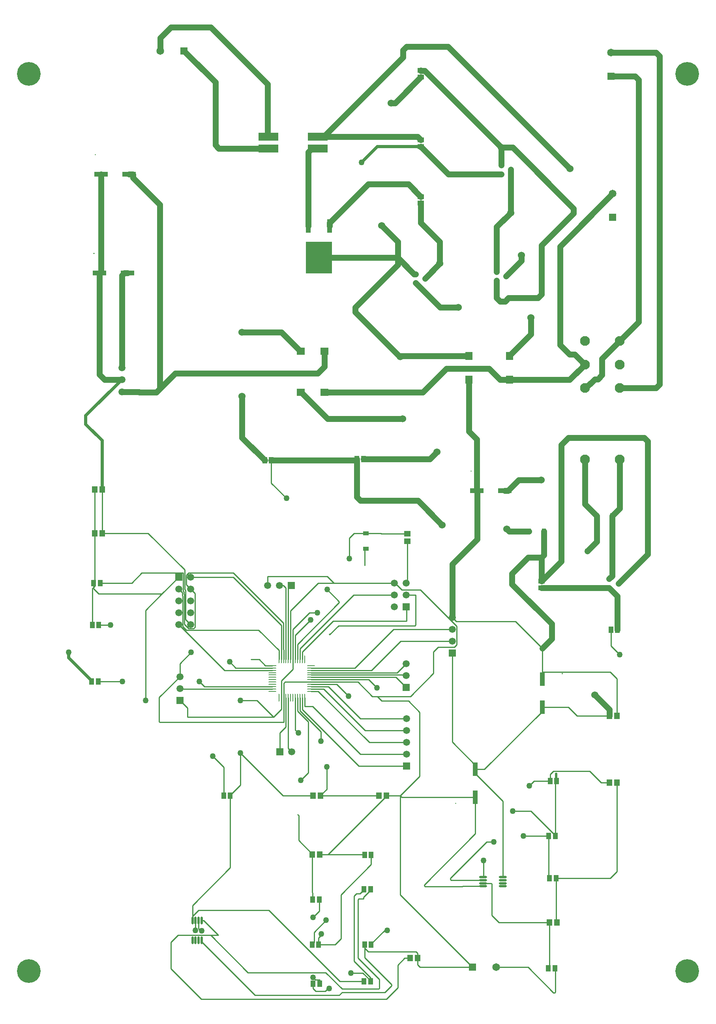
<source format=gtl>
G04*
G04 #@! TF.GenerationSoftware,Altium Limited,Altium Designer,23.2.1 (34)*
G04*
G04 Layer_Physical_Order=1*
G04 Layer_Color=255*
%FSLAX25Y25*%
%MOIN*%
G70*
G04*
G04 #@! TF.SameCoordinates,93AA6E6A-2443-478F-AA38-481D138D9A8A*
G04*
G04*
G04 #@! TF.FilePolarity,Positive*
G04*
G01*
G75*
%ADD17C,0.01000*%
%ADD19R,0.03543X0.03150*%
%ADD20R,0.05339X0.04349*%
%ADD21R,0.04349X0.05339*%
%ADD22R,0.03583X0.04803*%
%ADD23R,0.11417X0.04331*%
%ADD24R,0.06693X0.05906*%
%ADD25R,0.05906X0.06693*%
%ADD26O,0.06693X0.01772*%
%ADD27O,0.01772X0.06693*%
%ADD28R,0.05136X0.05733*%
%ADD29R,0.04331X0.11417*%
G04:AMPARAMS|DCode=30|XSize=9.94mil|YSize=65.17mil|CornerRadius=4.97mil|HoleSize=0mil|Usage=FLASHONLY|Rotation=0.000|XOffset=0mil|YOffset=0mil|HoleType=Round|Shape=RoundedRectangle|*
%AMROUNDEDRECTD30*
21,1,0.00994,0.05523,0,0,0.0*
21,1,0.00000,0.06517,0,0,0.0*
1,1,0.00994,0.00000,-0.02761*
1,1,0.00994,0.00000,-0.02761*
1,1,0.00994,0.00000,0.02761*
1,1,0.00994,0.00000,0.02761*
%
%ADD30ROUNDEDRECTD30*%
G04:AMPARAMS|DCode=31|XSize=65.17mil|YSize=9.94mil|CornerRadius=4.97mil|HoleSize=0mil|Usage=FLASHONLY|Rotation=0.000|XOffset=0mil|YOffset=0mil|HoleType=Round|Shape=RoundedRectangle|*
%AMROUNDEDRECTD31*
21,1,0.06517,0.00000,0,0,0.0*
21,1,0.05523,0.00994,0,0,0.0*
1,1,0.00994,0.02761,0.00000*
1,1,0.00994,-0.02761,0.00000*
1,1,0.00994,-0.02761,0.00000*
1,1,0.00994,0.02761,0.00000*
%
%ADD31ROUNDEDRECTD31*%
%ADD32R,0.06517X0.00994*%
%ADD33R,0.04803X0.03583*%
%ADD34R,0.05733X0.05136*%
%ADD35R,0.22244X0.27165*%
%ADD36R,0.03937X0.11221*%
%ADD37R,0.16811X0.07008*%
%ADD61C,0.05000*%
%ADD62C,0.02500*%
%ADD63C,0.20000*%
%ADD64C,0.08268*%
%ADD65C,0.06496*%
%ADD66R,0.06496X0.06496*%
%ADD67C,0.05980*%
%ADD68R,0.06496X0.06496*%
%ADD69R,0.05906X0.05906*%
%ADD70C,0.05906*%
%ADD71R,0.05906X0.05906*%
%ADD72C,0.06000*%
%ADD73C,0.05000*%
D17*
X470000Y278900D02*
X527500D01*
X533000Y273400D01*
X320000Y382063D02*
X321000Y383063D01*
X320000Y369000D02*
Y382063D01*
X98305Y432700D02*
X98500D01*
X367000Y348200D02*
X397600Y317600D01*
X344500Y315000D02*
X394000D01*
X311858Y282358D02*
X344500Y315000D01*
X350500Y305000D02*
X394000D01*
X325890Y280390D02*
X350500Y305000D01*
X378200Y277900D02*
Y296000D01*
X382200Y300000D02*
X395600D01*
X378200Y296000D02*
X382200Y300000D01*
X241259Y438241D02*
X254000Y425500D01*
X241259Y438241D02*
Y457500D01*
X283000Y220500D02*
Y228695D01*
X265390Y246305D02*
X283000Y228695D01*
X265390Y246305D02*
Y257258D01*
X263421Y246079D02*
X272500Y237000D01*
Y194000D02*
Y237000D01*
X263421Y246079D02*
Y257258D01*
X267358Y247142D02*
X315000Y199500D01*
X355500D01*
X267358Y247142D02*
Y257258D01*
X528000Y301000D02*
Y314500D01*
Y301000D02*
X535500Y293500D01*
X323484Y272516D02*
X330500Y265500D01*
X274742Y272516D02*
X323484D01*
X91232Y632232D02*
X91268Y632197D01*
X92543Y715732D02*
X92579Y715697D01*
X409732Y448732D02*
X409768Y448697D01*
X325000Y18000D02*
Y20900D01*
X308500Y25000D02*
X318495D01*
X325000Y18495D01*
X299000Y18000D02*
X319482D01*
X239000Y78000D02*
X299000Y18000D01*
X348000Y12500D02*
Y31700D01*
X353800Y37500D01*
X338500Y3000D02*
X348000Y12500D01*
X342771Y14270D02*
Y15099D01*
X337000Y8500D02*
X342771Y14270D01*
X319982Y37887D02*
X342771Y15099D01*
X300982Y8500D02*
X337000D01*
X331914Y11500D02*
X332500Y12086D01*
X301000Y11500D02*
X331914D01*
X332500Y12086D02*
Y19500D01*
X287100Y25400D02*
X301000Y11500D01*
X314500Y86914D02*
X315086Y87500D01*
X314500Y37500D02*
X332500Y19500D01*
X315086Y87500D02*
X318982D01*
X314500Y37500D02*
Y86914D01*
X319982Y37887D02*
Y46000D01*
X182100Y3000D02*
X338500D01*
X325500Y49000D02*
Y49495D01*
X337005Y61000D01*
X339000D01*
X318982Y88969D02*
X325018Y95005D01*
X318982Y87500D02*
Y88969D01*
X325018Y95005D02*
Y95500D01*
X317826Y93330D02*
X319500Y95005D01*
X316000Y92000D02*
X317330Y93330D01*
X313000Y92000D02*
X316000D01*
X319500Y95005D02*
Y95500D01*
X317330Y93330D02*
X317826D01*
X319500Y95500D02*
X320500Y96500D01*
X311000Y34900D02*
X325000Y20900D01*
X311000Y34900D02*
Y90000D01*
X313000Y92000D01*
X300000Y54000D02*
Y91000D01*
X325518Y116518D01*
Y124500D01*
X156500Y28600D02*
X182100Y3000D01*
X286743Y9600D02*
X289143Y12000D01*
X290000D01*
X278900Y9600D02*
X286743D01*
X276500Y12000D02*
X278900Y9600D01*
X298588Y6107D02*
X300982Y8500D01*
X182339Y51200D02*
X227432Y6107D01*
X298588D01*
X250400Y25400D02*
X287100D01*
X179661Y78000D02*
X239000D01*
X283500Y56918D02*
Y58000D01*
X281259Y54677D02*
X283500Y56918D01*
X281259Y49000D02*
Y54677D01*
X277415Y50674D02*
Y59416D01*
X275741Y49000D02*
X277415Y50674D01*
Y59416D02*
X287500Y69500D01*
X181411Y60689D02*
X182311D01*
X281759Y77259D02*
Y87000D01*
X179780Y62320D02*
X181411Y60689D01*
X276500Y72000D02*
X281759Y77259D01*
X281259Y49000D02*
X295000D01*
X300000Y54000D01*
X174661Y73000D02*
X179661Y78000D01*
X184232Y69268D02*
X196500Y57000D01*
X182339Y69268D02*
X184232D01*
X189939Y57000D02*
X196500D01*
X156500Y28600D02*
Y51000D01*
X162500Y57000D02*
X189939D01*
X156500Y51000D02*
X162500Y57000D01*
X470000Y249200D02*
X492200D01*
X413500Y196800D02*
X421200D01*
X135000Y331000D02*
X148900Y344900D01*
X92195Y351108D02*
Y396000D01*
X91241Y349159D02*
Y350154D01*
X470000Y278900D02*
Y299000D01*
Y272811D02*
Y278900D01*
X294000Y354000D02*
X345000D01*
X345600D01*
X280800D02*
X294000D01*
X330600Y258400D02*
X334500Y254500D01*
X330600Y258400D02*
X358700D01*
X326500D02*
X330600D01*
X314353Y270547D02*
X326500Y258400D01*
X289104Y125000D02*
X320000D01*
X319982Y46000D02*
Y49000D01*
X189939Y57000D02*
X221539Y25400D01*
X250400D01*
X481000Y140995D02*
Y193700D01*
X476741Y187000D02*
Y192641D01*
X479500Y195400D01*
X510000D01*
X519900Y185500D01*
X526695D01*
X182339Y51200D02*
Y52732D01*
X353800Y37500D02*
X358500D01*
X276500Y12000D02*
Y16000D01*
X201610Y280390D02*
X242258D01*
X163000Y319000D02*
X201610Y280390D01*
X247673Y289742D02*
Y297100D01*
X230426Y314347D02*
X247673Y297100D01*
X169580Y314347D02*
X230426D01*
X166563Y317364D02*
X169580Y314347D01*
X166563Y317364D02*
Y342951D01*
X166200Y343314D02*
X166563Y342951D01*
X166200Y343314D02*
Y345800D01*
X163000Y349000D02*
X166200Y345800D01*
X168800Y323200D02*
X173000Y319000D01*
X168800Y323200D02*
Y347800D01*
X168000Y348600D02*
X168800Y347800D01*
X168000Y348600D02*
Y365200D01*
X137200Y396000D02*
X168000Y365200D01*
X98500Y396000D02*
X137200D01*
X96759Y354000D02*
X123300D01*
X131900Y362600D01*
X166600D01*
Y347400D02*
Y362600D01*
Y347400D02*
X167300Y346700D01*
Y344814D02*
Y346700D01*
Y344814D02*
X167700Y344414D01*
Y319247D02*
Y344414D01*
Y319247D02*
X171500Y315447D01*
X175547D01*
X176600Y316500D01*
Y345400D01*
X173000Y349000D02*
X176600Y345400D01*
X173000Y359000D02*
X209000D01*
X249642Y318358D01*
Y289742D02*
Y318358D01*
X253579Y289742D02*
Y350000D01*
X251579Y352000D02*
X253579Y350000D01*
X248000Y352000D02*
X251579D01*
X169400Y352600D02*
X173000Y349000D01*
X169400Y352600D02*
Y360500D01*
X171500Y362600D01*
X209100D01*
X251500Y320200D01*
Y297810D02*
Y320200D01*
Y297810D02*
X251610Y297700D01*
Y289742D02*
Y297700D01*
X95518Y318500D02*
X105400D01*
X481000Y193700D02*
X482259D01*
Y187000D02*
Y193700D01*
X276400Y21300D02*
X278400Y19300D01*
X282018D01*
Y16000D02*
Y19300D01*
X177220Y61000D02*
Y69268D01*
X179780Y62320D02*
Y69268D01*
X356000Y355000D02*
Y389195D01*
X355000Y354000D02*
X356000Y355000D01*
X321000Y395937D02*
X333663D01*
X334100Y395500D01*
X356000D01*
X174661Y69268D02*
Y73000D01*
Y81900D01*
X206518Y113757D01*
Y174500D01*
X275847Y93053D02*
Y125000D01*
Y93053D02*
X276241Y92659D01*
Y87000D02*
Y92659D01*
X481759Y105000D02*
X527500D01*
X533000Y110500D01*
Y185500D01*
X251610Y257258D02*
Y269257D01*
X252900Y270547D01*
X274742D01*
X257516Y330716D02*
X280800Y354000D01*
X338305Y174500D02*
X350000D01*
X366500Y191000D02*
Y245000D01*
X350000Y91000D02*
X411000Y30000D01*
X350000Y91000D02*
Y174500D01*
X357000Y254500D02*
X366500Y245000D01*
X351311Y173189D02*
X413500D01*
X350000Y174500D02*
X351311Y173189D01*
X350000Y174500D02*
X366500Y191000D01*
X334500Y254500D02*
X357000D01*
X274742Y270547D02*
X314353D01*
X358700Y258400D02*
X378200Y277900D01*
X395600Y300000D02*
X397600Y302000D01*
Y317600D01*
X351400Y348200D02*
X367000D01*
X345600Y354000D02*
X351400Y348200D01*
X257516Y289742D02*
Y330716D01*
X366805Y30000D02*
X411000D01*
X364805Y32000D02*
X366805Y30000D01*
X364805Y32000D02*
Y37500D01*
X320000Y124500D02*
Y125000D01*
X364805Y37500D02*
Y41495D01*
X363500Y42800D02*
X364805Y41495D01*
X323182Y42800D02*
X363500D01*
X319982Y46000D02*
X323182Y42800D01*
X394000Y325000D02*
X397300Y321700D01*
X447300D01*
X470000Y299000D01*
X533000Y242000D02*
Y273400D01*
X98305Y432700D02*
Y433000D01*
X98500Y396000D02*
Y432700D01*
X91241Y350154D02*
Y350600D01*
Y350154D02*
X92195Y351108D01*
X91241Y350600D02*
Y354000D01*
Y349159D02*
X95500Y344900D01*
X148900D01*
X163000Y359000D01*
X90000Y318500D02*
Y349359D01*
X91241Y350600D01*
X92000Y410000D02*
Y433000D01*
Y410000D02*
X92195Y409805D01*
Y396000D02*
Y409805D01*
X259484Y281342D02*
Y289742D01*
X249642Y271500D02*
X259484Y281342D01*
X249642Y257258D02*
Y271500D01*
X413500Y196800D02*
Y196811D01*
Y193268D02*
Y196800D01*
Y193268D02*
X436768Y170000D01*
Y105839D02*
Y170000D01*
X421200Y196800D02*
X470000Y245600D01*
Y249189D01*
X499400Y242000D02*
X526695D01*
X492200Y249200D02*
X499400Y242000D01*
X470000Y249189D02*
Y249200D01*
X394000Y219854D02*
Y295000D01*
Y219854D02*
X413500Y200354D01*
Y196811D02*
Y200354D01*
X206518Y174500D02*
Y174995D01*
X215000Y183477D01*
Y210500D01*
Y255000D02*
X229000D01*
X243000Y241000D01*
X170500D02*
Y248500D01*
X251000Y174500D02*
X276500D01*
X215000Y210500D02*
X251000Y174500D01*
X164000Y255000D02*
X170500Y248500D01*
X249642Y247642D02*
Y257258D01*
X243000Y241000D02*
X249642Y247642D01*
X170500Y241000D02*
X243000D01*
X135000Y255000D02*
Y331000D01*
X259484Y289742D02*
Y308484D01*
X259516D01*
Y315000D01*
X273516Y329000D01*
X280000D01*
X238000Y352000D02*
Y359500D01*
X288500D01*
X294000Y354000D01*
X146500Y257500D02*
X164000Y275000D01*
X146500Y237000D02*
Y257500D01*
Y237000D02*
X147000Y236500D01*
X251500D01*
X251610Y236610D01*
Y257258D01*
X164000Y275000D02*
Y286000D01*
X173500Y295500D01*
X282153Y125000D02*
X289104D01*
X338305Y174202D01*
Y174500D01*
X413500Y142500D02*
Y173189D01*
X370414Y99414D02*
X413500Y142500D01*
X370414Y98586D02*
Y99414D01*
Y98586D02*
X371000Y98000D01*
X402701D01*
X402862Y98161D01*
X420232D01*
X481759Y68046D02*
X482305Y67500D01*
X481759Y68046D02*
Y105000D01*
X433500Y67500D02*
X476000D01*
X427500Y73500D02*
X433500Y67500D01*
X427500Y73500D02*
Y100135D01*
X426914Y100720D02*
X427500Y100135D01*
X420232Y100720D02*
X426914D01*
X476000Y29759D02*
Y67500D01*
X475241Y29000D02*
X476000Y29759D01*
X282805Y174500D02*
X332000D01*
X282805D02*
Y174798D01*
X288000Y179993D01*
Y199000D01*
X296421Y268579D02*
X306500Y258500D01*
X274742Y268579D02*
X296421D01*
X275847Y125000D02*
Y125298D01*
X264308Y136838D02*
X275847Y125298D01*
X264308Y136838D02*
Y157808D01*
X263400Y158716D02*
X264308Y157808D01*
X266000Y187500D02*
X272500Y194000D01*
X263421Y289742D02*
Y302421D01*
X298586Y337586D01*
Y338414D01*
X288500Y348500D02*
X298586Y338414D01*
X307000Y374500D02*
Y392000D01*
X311000Y396000D01*
X320937D01*
X321000Y395937D01*
X261453Y289742D02*
Y309953D01*
X274500Y323000D01*
X290000Y311000D02*
X290500Y310500D01*
X298000Y318000D01*
X362500D01*
X363000Y318500D01*
Y344000D01*
X355000D02*
X363000D01*
X420232Y105839D02*
X420500Y106106D01*
Y120000D01*
X445000Y161500D02*
X460495D01*
X481000Y140995D01*
Y140500D02*
Y140995D01*
X393220Y103280D02*
X420232D01*
X392414Y104086D02*
X393220Y103280D01*
X392414Y104086D02*
Y104914D01*
X423000Y135500D01*
X429000D01*
X454000Y140500D02*
X475482D01*
Y105759D02*
Y140500D01*
Y105759D02*
X476241Y105000D01*
X274742Y274484D02*
X346516D01*
X355000Y266000D01*
X274742Y276453D02*
X354547D01*
X355000Y276000D01*
X274742Y278421D02*
X347421D01*
X355000Y286000D01*
X248500Y211500D02*
Y227500D01*
X253579Y232579D01*
Y257258D01*
X255547Y214453D02*
X258500Y211500D01*
X255547Y214453D02*
Y257258D01*
X274742Y280390D02*
X325890D01*
X274742Y282358D02*
X311858D01*
X164000Y265000D02*
X164358Y264642D01*
X242258D01*
X191808Y207808D02*
X201000Y198616D01*
Y174500D02*
Y198616D01*
X269327Y257258D02*
X269500Y257085D01*
Y250000D02*
Y257085D01*
Y250000D02*
X276000D01*
X316500Y209500D01*
X355500D01*
X274742Y262673D02*
X280827D01*
X324000Y219500D01*
X355500D01*
X274742Y264642D02*
X285358D01*
X320500Y229500D01*
X355500D01*
X274742Y266610D02*
X289390D01*
X316500Y239500D01*
X355500D01*
X255547Y289742D02*
Y349547D01*
X258000Y352000D01*
X267358Y289742D02*
Y295858D01*
X293500Y322000D01*
X355500D01*
Y333500D01*
X355000Y334000D02*
X355500Y333500D01*
X265390Y289742D02*
Y298610D01*
X310780Y344000D01*
X345000D01*
X224000Y289500D02*
X231000D01*
X236173Y284327D01*
X242258D01*
X206000Y287500D02*
X211142Y282358D01*
X242258D01*
X431000Y30000D02*
X458000D01*
X479586Y8414D01*
X480414D01*
X481000Y9000D01*
Y28759D01*
X480759Y29000D02*
X481000Y28759D01*
X95018Y271000D02*
X115500D01*
X180500D02*
X184890Y266610D01*
X242258D01*
X261453Y230047D02*
Y257258D01*
Y230047D02*
X264000Y227500D01*
X459000Y183000D02*
X463000Y187000D01*
X476741D01*
X486697Y277732D02*
X486732Y277768D01*
X396768Y168232D02*
X396803Y168268D01*
D19*
X526500Y357480D02*
D03*
Y350000D02*
D03*
X534374Y353740D02*
D03*
X370937Y611000D02*
D03*
X363063Y607260D02*
D03*
Y614740D02*
D03*
X443374Y702760D02*
D03*
X435500Y699020D02*
D03*
Y706500D02*
D03*
X439437Y613000D02*
D03*
X431563Y609260D02*
D03*
Y616740D02*
D03*
D20*
X469500Y355518D02*
D03*
Y350000D02*
D03*
X367500Y786518D02*
D03*
Y781000D02*
D03*
Y674482D02*
D03*
Y680000D02*
D03*
Y727759D02*
D03*
Y722241D02*
D03*
D21*
X533518Y314500D02*
D03*
X528000D02*
D03*
X241259Y457500D02*
D03*
X235741D02*
D03*
X319000Y458500D02*
D03*
X313482D02*
D03*
X319500Y95500D02*
D03*
X325018D02*
D03*
X325518Y124500D02*
D03*
X320000D02*
D03*
X281759Y87000D02*
D03*
X276241D02*
D03*
X281259Y49000D02*
D03*
X275741D02*
D03*
X276500Y16000D02*
D03*
X282018D02*
D03*
X325500Y49000D02*
D03*
X319982D02*
D03*
X476241Y105000D02*
D03*
X481759D02*
D03*
X482259Y187000D02*
D03*
X476741D02*
D03*
X480759Y29000D02*
D03*
X475241D02*
D03*
X319482Y18000D02*
D03*
X325000D02*
D03*
X475482Y140500D02*
D03*
X481000D02*
D03*
X91241Y354000D02*
D03*
X96759D02*
D03*
X90000Y318500D02*
D03*
X95518D02*
D03*
X95018Y271000D02*
D03*
X89500D02*
D03*
X206518Y174500D02*
D03*
X201000D02*
D03*
D22*
X458626Y397500D02*
D03*
X471500D02*
D03*
X516063Y410500D02*
D03*
X528937D02*
D03*
D23*
X119811Y615500D02*
D03*
X96189D02*
D03*
X121122Y699000D02*
D03*
X97500D02*
D03*
X438311Y432000D02*
D03*
X414689D02*
D03*
D24*
X286000Y515000D02*
D03*
X266000D02*
D03*
Y549500D02*
D03*
X286000D02*
D03*
D25*
X442500Y545500D02*
D03*
Y525500D02*
D03*
X408000D02*
D03*
Y545500D02*
D03*
D26*
X436768Y98161D02*
D03*
Y100720D02*
D03*
Y103280D02*
D03*
Y105839D02*
D03*
X420232Y98161D02*
D03*
Y100720D02*
D03*
Y103280D02*
D03*
Y105839D02*
D03*
D27*
X182339Y69268D02*
D03*
X179780D02*
D03*
X177220D02*
D03*
X174661D02*
D03*
X182339Y52732D02*
D03*
X179780D02*
D03*
X177220D02*
D03*
X174661D02*
D03*
D28*
X358500Y37500D02*
D03*
X364805D02*
D03*
X275847Y125000D02*
D03*
X282153D02*
D03*
X476000Y67500D02*
D03*
X482305D02*
D03*
X526695Y185500D02*
D03*
X533000D02*
D03*
X526695Y242000D02*
D03*
X533000D02*
D03*
X282805Y174500D02*
D03*
X276500D02*
D03*
X332000D02*
D03*
X338305D02*
D03*
X92000Y433000D02*
D03*
X98305D02*
D03*
X92195Y396000D02*
D03*
X98500D02*
D03*
D29*
X470000Y249189D02*
D03*
Y272811D02*
D03*
X413500Y196811D02*
D03*
Y173189D02*
D03*
D30*
X247673Y289742D02*
D03*
X249642D02*
D03*
X251610D02*
D03*
X253579D02*
D03*
X255547D02*
D03*
X257516D02*
D03*
X259484D02*
D03*
X261453D02*
D03*
X263421D02*
D03*
X265390D02*
D03*
X267358D02*
D03*
X269327D02*
D03*
Y257258D02*
D03*
X267358D02*
D03*
X265390D02*
D03*
X263421D02*
D03*
X261453D02*
D03*
X259484D02*
D03*
X257516D02*
D03*
X255547D02*
D03*
X253579D02*
D03*
X251610D02*
D03*
X249642D02*
D03*
X247673D02*
D03*
D31*
X274742Y284327D02*
D03*
Y282358D02*
D03*
Y280390D02*
D03*
Y278421D02*
D03*
Y276453D02*
D03*
Y274484D02*
D03*
Y272516D02*
D03*
Y270547D02*
D03*
Y268579D02*
D03*
Y266610D02*
D03*
Y264642D02*
D03*
Y262673D02*
D03*
X242258D02*
D03*
Y264642D02*
D03*
Y266610D02*
D03*
Y268579D02*
D03*
Y270547D02*
D03*
Y272516D02*
D03*
Y274484D02*
D03*
Y276453D02*
D03*
Y278421D02*
D03*
Y280390D02*
D03*
Y282358D02*
D03*
D32*
Y284327D02*
D03*
D33*
X321000Y383063D02*
D03*
Y395937D02*
D03*
D34*
X356000Y395500D02*
D03*
Y389195D02*
D03*
D35*
X281500Y628500D02*
D03*
D36*
X272524Y655272D02*
D03*
X290476D02*
D03*
D37*
X280386Y720500D02*
D03*
Y730500D02*
D03*
X238614D02*
D03*
Y720500D02*
D03*
D61*
X514500Y259500D02*
X526695Y247305D01*
Y242000D02*
Y247305D01*
X516063Y389063D02*
Y410500D01*
X508000Y381000D02*
X516063Y389063D01*
X469500Y355674D02*
Y375587D01*
X559000Y378366D02*
Y473571D01*
X492000Y476500D02*
X556071D01*
X534374Y353740D02*
X559000Y378366D01*
X556071Y476500D02*
X559000Y473571D01*
X486000Y470500D02*
X492000Y476500D01*
X486000Y372174D02*
Y470500D01*
X469500Y355674D02*
X486000Y372174D01*
X469500Y355518D02*
Y355674D01*
X441185Y432000D02*
X450185Y441000D01*
X469000D01*
X438311Y432000D02*
X441185D01*
X349000Y545500D02*
X408000D01*
X312071Y586571D02*
X348000Y622500D01*
X312071Y582429D02*
Y586571D01*
Y582429D02*
X349000Y545500D01*
X442000Y397500D02*
X458626D01*
X440000Y399500D02*
X442000Y397500D01*
X313482Y426429D02*
X316411Y423500D01*
X313482Y426429D02*
Y458500D01*
X316411Y423500D02*
X365000D01*
X385500Y403000D01*
X375000Y458500D02*
X381000Y464500D01*
X319000Y458500D02*
X375000D01*
X241259Y457500D02*
X312326D01*
X313326Y458500D01*
X313482D01*
X383823Y586500D02*
X398500D01*
X363063Y607260D02*
X383823Y586500D01*
X452500Y626063D02*
Y630500D01*
X439437Y613000D02*
X452500Y626063D01*
X285287Y730500D02*
X364915D01*
X390500Y806500D02*
X493500Y703500D01*
X352500Y803571D02*
X355429Y806500D01*
X390500D01*
X352500Y797713D02*
Y803571D01*
X280386Y730500D02*
X285287D01*
X352500Y797713D01*
X216500Y476741D02*
Y511500D01*
X235585Y457500D02*
X235741D01*
X235416Y457670D02*
X235585Y457500D01*
X235416Y457670D02*
Y457826D01*
X216500Y476741D02*
X235416Y457826D01*
X216500Y565500D02*
X249606D01*
X265606Y549500D01*
X266000D01*
X348000Y622500D02*
Y628500D01*
Y642000D01*
X334500Y655500D02*
X348000Y642000D01*
X345656Y759000D02*
X367500Y780844D01*
X342500Y759000D02*
X345656D01*
X367500Y780844D02*
Y781000D01*
X370829Y786193D02*
X435500Y721521D01*
X367500Y786362D02*
Y786518D01*
Y786362D02*
X367670Y786193D01*
X370829D01*
X367670Y721915D02*
X367826D01*
X367500Y722085D02*
Y722241D01*
Y722085D02*
X367670Y721915D01*
X367826D02*
X390721Y699020D01*
X435500D01*
X367500Y727759D02*
Y727915D01*
X364915Y730500D02*
X367500Y727915D01*
X275484Y720500D02*
X280386D01*
X272524Y655272D02*
Y717539D01*
X275484Y720500D01*
X367330Y680326D02*
X367500Y680156D01*
X367175Y680326D02*
X367330D01*
X323126Y690500D02*
X357000D01*
X367500Y680000D02*
Y680156D01*
X357000Y690500D02*
X367175Y680326D01*
X290476Y657850D02*
X323126Y690500D01*
X290476Y655272D02*
Y657850D01*
X348000Y628500D02*
X361760Y614740D01*
X363063D01*
X281500Y628500D02*
X348000D01*
X370937Y611000D02*
X383500Y623563D01*
Y642000D01*
X367500Y658000D02*
X383500Y642000D01*
X367500Y658000D02*
Y674482D01*
X431563Y616740D02*
Y654563D01*
X443374Y666374D01*
Y702760D01*
X444979Y721521D02*
X496429Y670071D01*
Y665929D02*
Y670071D01*
X469500Y597429D02*
Y639000D01*
X496429Y665929D01*
X441500Y594500D02*
X466571D01*
X469500Y597429D01*
X438634Y591634D02*
X441500Y594500D01*
X431563Y594563D02*
Y609260D01*
Y594563D02*
X434492Y591634D01*
X438634D01*
X485000Y638000D02*
X529500Y682500D01*
X485000Y554929D02*
Y638000D01*
Y554929D02*
X492981Y546948D01*
X435500Y721521D02*
X444979D01*
X435500Y706500D02*
Y721521D01*
X408000Y481839D02*
X414689Y475150D01*
Y432000D02*
Y475150D01*
X408000Y481839D02*
Y525500D01*
X442500Y545894D02*
X460500Y563894D01*
X442500Y545500D02*
Y545894D01*
X460500Y563894D02*
Y578000D01*
X266394Y515000D02*
X288894Y492500D01*
X352000D01*
X266000Y515000D02*
X266394D01*
X425000Y535000D02*
X434500Y525500D01*
X442500D01*
X389000Y535000D02*
X425000D01*
X369000Y515000D02*
X389000Y535000D01*
X286000Y515000D02*
X369000D01*
X147000Y517929D02*
X160071Y531000D01*
X280500D02*
X286000Y536500D01*
X160071Y531000D02*
X280500D01*
X144071Y515000D02*
X147000Y517929D01*
X286000Y536500D02*
Y549500D01*
X129458Y515421D02*
X129879Y515000D01*
X147000Y517929D02*
Y673122D01*
X115000Y515421D02*
X129458D01*
X129879Y515000D02*
X144071D01*
X123996Y699000D02*
X124331Y698665D01*
Y695791D02*
Y698665D01*
X121122Y699000D02*
X123996D01*
X124331Y695791D02*
X147000Y673122D01*
X115000Y613563D02*
X116937Y615500D01*
X119811D01*
X115000Y535500D02*
Y613563D01*
X100461Y525657D02*
X115000D01*
X96189Y529929D02*
X100461Y525657D01*
X96189Y529929D02*
Y615500D01*
X238000Y731114D02*
X238614Y730500D01*
X238000Y731114D02*
Y775000D01*
X190000Y823000D02*
X238000Y775000D01*
X156500Y823000D02*
X190000D01*
X147500Y803000D02*
Y814000D01*
X156500Y823000D01*
X194000Y723429D02*
Y776500D01*
X196929Y720500D02*
X238614D01*
X194000Y723429D02*
X196929Y720500D01*
X167500Y803000D02*
X194000Y776500D01*
X97165Y615500D02*
X97500Y615835D01*
X96189Y615500D02*
X97165D01*
X97500Y615835D02*
Y699000D01*
X497367Y546948D02*
X505972Y538342D01*
X492981Y546948D02*
X497367D01*
X493130Y525500D02*
X505972Y538342D01*
X442500Y525500D02*
X493130D01*
X415000Y391000D02*
Y431689D01*
X414689Y432000D02*
X415000Y431689D01*
X394000Y370000D02*
X415000Y391000D01*
X394000Y325000D02*
Y370000D01*
X444500Y362000D02*
X458087Y375587D01*
X469500D01*
X444500Y353000D02*
Y362000D01*
Y353000D02*
X478000Y319500D01*
Y307000D02*
Y319500D01*
X470000Y299000D02*
X478000Y307000D01*
X469500Y350000D02*
X526500D01*
X471500Y377587D02*
Y397500D01*
X469500Y375587D02*
X471500Y377587D01*
X526500Y350000D02*
X533518Y342982D01*
Y314500D02*
Y342982D01*
X528937Y359917D02*
Y410500D01*
X526500Y357480D02*
X528937Y359917D01*
X505972Y420591D02*
X516063Y410500D01*
X505972Y420591D02*
Y458421D01*
X535500Y417063D02*
Y458421D01*
X528937Y410500D02*
X535500Y417063D01*
X506857Y518500D02*
X514321Y525964D01*
X516964D01*
X520500Y529500D01*
X505972Y518500D02*
X506857D01*
X520500Y529500D02*
Y543185D01*
X535500Y558185D01*
X548571Y781500D02*
X551500Y778571D01*
X528000Y781500D02*
X548571D01*
X535500Y558185D02*
X551500Y574185D01*
Y778571D01*
X535500Y518500D02*
X566071D01*
X569000Y521429D01*
Y798571D01*
X566071Y801500D02*
X569000Y798571D01*
X528000Y801500D02*
X566071D01*
D62*
X330741Y722241D02*
X367500D01*
X317500Y709000D02*
X330741Y722241D01*
X70000Y290995D02*
Y295500D01*
X89500Y271000D02*
Y271495D01*
X70000Y290995D02*
X89500Y271495D01*
X84500Y488000D02*
Y495157D01*
X115000Y525657D01*
X84500Y488000D02*
X98305Y474195D01*
Y433000D02*
Y474195D01*
D63*
X36500Y26500D02*
D03*
Y783500D02*
D03*
X592500Y26500D02*
D03*
Y783500D02*
D03*
D64*
X535500Y458421D02*
D03*
Y518500D02*
D03*
Y538342D02*
D03*
Y558185D02*
D03*
X505972D02*
D03*
Y538342D02*
D03*
Y518500D02*
D03*
Y458421D02*
D03*
D65*
X528000Y801500D02*
D03*
X529500Y682500D02*
D03*
X431000Y30000D02*
D03*
X147500Y803000D02*
D03*
D66*
X528000Y781500D02*
D03*
X529500Y662500D02*
D03*
D67*
X115000Y515421D02*
D03*
Y525657D02*
D03*
Y535500D02*
D03*
D68*
X411000Y30000D02*
D03*
X167500Y803000D02*
D03*
D69*
X163000Y359000D02*
D03*
X355000Y334000D02*
D03*
X355500Y199500D02*
D03*
X164000Y255000D02*
D03*
X394000Y295000D02*
D03*
X355000Y266000D02*
D03*
D70*
X173000Y359000D02*
D03*
X163000Y349000D02*
D03*
X173000D02*
D03*
X163000Y339000D02*
D03*
X173000D02*
D03*
X163000Y329000D02*
D03*
X173000D02*
D03*
X163000Y319000D02*
D03*
X173000D02*
D03*
X345000Y354000D02*
D03*
X355000D02*
D03*
X345000Y344000D02*
D03*
X355000D02*
D03*
X345000Y334000D02*
D03*
X238000Y352000D02*
D03*
X248000D02*
D03*
X355500Y209500D02*
D03*
Y219500D02*
D03*
Y229500D02*
D03*
Y239500D02*
D03*
X164000Y275000D02*
D03*
Y265000D02*
D03*
X394000Y305000D02*
D03*
Y315000D02*
D03*
Y325000D02*
D03*
X258500Y211500D02*
D03*
X355000Y286000D02*
D03*
Y276000D02*
D03*
D71*
X258000Y352000D02*
D03*
X248500Y211500D02*
D03*
D72*
X514500Y259500D02*
D03*
X469000Y441000D02*
D03*
X440000Y399500D02*
D03*
X385500Y403000D02*
D03*
X381000Y464500D02*
D03*
X350000Y545000D02*
D03*
X399000Y586500D02*
D03*
X435500Y721521D02*
D03*
X452500Y630500D02*
D03*
X383500Y623563D02*
D03*
X493500Y703500D02*
D03*
X443374Y666374D02*
D03*
X216500Y511500D02*
D03*
Y565500D02*
D03*
X334500Y655500D02*
D03*
X342500Y759000D02*
D03*
X460500Y578000D02*
D03*
X352000Y492500D02*
D03*
D73*
X508000Y381000D02*
D03*
X317500Y709000D02*
D03*
X70000Y295500D02*
D03*
X254000Y425500D02*
D03*
X283000Y220500D02*
D03*
X535500Y293500D02*
D03*
X330500Y265500D02*
D03*
X308500Y25000D02*
D03*
X339000Y61000D02*
D03*
X290000Y12000D02*
D03*
X283500Y58000D02*
D03*
X287500Y69500D02*
D03*
X276500Y72000D02*
D03*
X182311Y60689D02*
D03*
X105400Y318500D02*
D03*
X276400Y21300D02*
D03*
X177220Y61000D02*
D03*
X215000Y210500D02*
D03*
Y255000D02*
D03*
X135000D02*
D03*
X280000Y329000D02*
D03*
X173500Y295500D02*
D03*
X288000Y199000D02*
D03*
X306500Y258500D02*
D03*
X266000Y187500D02*
D03*
X288500Y348500D02*
D03*
X307000Y374500D02*
D03*
X274500Y323000D02*
D03*
X420500Y120000D02*
D03*
X445000Y161500D02*
D03*
X429000Y135500D02*
D03*
X454000Y140500D02*
D03*
X191808Y207808D02*
D03*
X206000Y287500D02*
D03*
X115500Y271000D02*
D03*
X180500D02*
D03*
X264000Y227500D02*
D03*
X459000Y183000D02*
D03*
M02*

</source>
